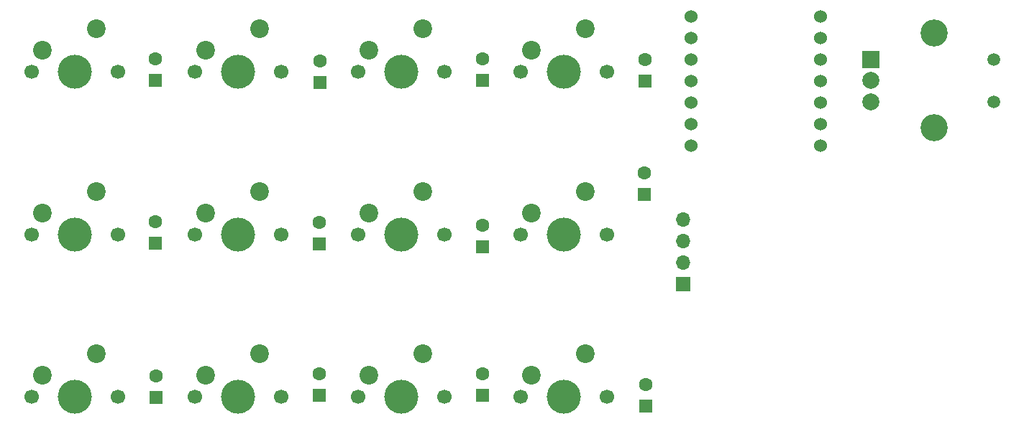
<source format=gbr>
%TF.GenerationSoftware,KiCad,Pcbnew,9.0.2*%
%TF.CreationDate,2025-07-04T04:15:55-07:00*%
%TF.ProjectId,HackPad_Dristi,4861636b-5061-4645-9f44-72697374692e,rev?*%
%TF.SameCoordinates,Original*%
%TF.FileFunction,Soldermask,Bot*%
%TF.FilePolarity,Negative*%
%FSLAX46Y46*%
G04 Gerber Fmt 4.6, Leading zero omitted, Abs format (unit mm)*
G04 Created by KiCad (PCBNEW 9.0.2) date 2025-07-04 04:15:55*
%MOMM*%
%LPD*%
G01*
G04 APERTURE LIST*
G04 Aperture macros list*
%AMRoundRect*
0 Rectangle with rounded corners*
0 $1 Rounding radius*
0 $2 $3 $4 $5 $6 $7 $8 $9 X,Y pos of 4 corners*
0 Add a 4 corners polygon primitive as box body*
4,1,4,$2,$3,$4,$5,$6,$7,$8,$9,$2,$3,0*
0 Add four circle primitives for the rounded corners*
1,1,$1+$1,$2,$3*
1,1,$1+$1,$4,$5*
1,1,$1+$1,$6,$7*
1,1,$1+$1,$8,$9*
0 Add four rect primitives between the rounded corners*
20,1,$1+$1,$2,$3,$4,$5,0*
20,1,$1+$1,$4,$5,$6,$7,0*
20,1,$1+$1,$6,$7,$8,$9,0*
20,1,$1+$1,$8,$9,$2,$3,0*%
G04 Aperture macros list end*
%ADD10R,1.700000X1.700000*%
%ADD11O,1.700000X1.700000*%
%ADD12C,1.500000*%
%ADD13R,2.000000X2.000000*%
%ADD14C,2.000000*%
%ADD15C,3.200000*%
%ADD16C,1.524000*%
%ADD17RoundRect,0.250000X0.550000X-0.550000X0.550000X0.550000X-0.550000X0.550000X-0.550000X-0.550000X0*%
%ADD18C,1.600000*%
%ADD19C,1.700000*%
%ADD20C,4.000000*%
%ADD21C,2.200000*%
G04 APERTURE END LIST*
D10*
%TO.C,J1*%
X177900000Y-89120000D03*
D11*
X177900000Y-86580000D03*
X177900000Y-84040000D03*
X177900000Y-81500000D03*
%TD*%
D12*
%TO.C,SW13*%
X214500000Y-62600000D03*
X214500000Y-67600000D03*
D13*
X200000000Y-62600000D03*
D14*
X200000000Y-67600000D03*
X200000000Y-65100000D03*
D15*
X207500000Y-59500000D03*
X207500000Y-70700000D03*
%TD*%
D16*
%TO.C,U2*%
X178880000Y-57548500D03*
X178880000Y-60088500D03*
X178880000Y-62628500D03*
X178880000Y-65168500D03*
X178880000Y-67708500D03*
X178880000Y-70248500D03*
X178880000Y-72788500D03*
X194120000Y-72788500D03*
X194120000Y-70248500D03*
X194120000Y-67708500D03*
X194120000Y-65168500D03*
X194120000Y-62628500D03*
X194120000Y-60088500D03*
X194120000Y-57548500D03*
%TD*%
D17*
%TO.C,D11*%
X154300000Y-102214315D03*
D18*
X154300000Y-99674315D03*
%TD*%
D17*
%TO.C,D1*%
X115800000Y-65114315D03*
D18*
X115800000Y-62574315D03*
%TD*%
D17*
%TO.C,D5*%
X115800000Y-84314315D03*
D18*
X115800000Y-81774315D03*
%TD*%
D19*
%TO.C,SW7*%
X139630000Y-83250000D03*
D20*
X144710000Y-83250000D03*
D19*
X149790000Y-83250000D03*
D21*
X147250000Y-78170000D03*
X140900000Y-80710000D03*
%TD*%
D19*
%TO.C,SW11*%
X139630000Y-102450000D03*
D20*
X144710000Y-102450000D03*
D19*
X149790000Y-102450000D03*
D21*
X147250000Y-97370000D03*
X140900000Y-99910000D03*
%TD*%
D17*
%TO.C,D2*%
X135200000Y-65340000D03*
D18*
X135200000Y-62800000D03*
%TD*%
D17*
%TO.C,D8*%
X173400000Y-78540000D03*
D18*
X173400000Y-76000000D03*
%TD*%
D19*
%TO.C,SW4*%
X158830000Y-64050000D03*
D20*
X163910000Y-64050000D03*
D19*
X168990000Y-64050000D03*
D21*
X166450000Y-58970000D03*
X160100000Y-61510000D03*
%TD*%
D19*
%TO.C,SW2*%
X120430000Y-64050000D03*
D20*
X125510000Y-64050000D03*
D19*
X130590000Y-64050000D03*
D21*
X128050000Y-58970000D03*
X121700000Y-61510000D03*
%TD*%
D17*
%TO.C,D6*%
X135100000Y-84364315D03*
D18*
X135100000Y-81824315D03*
%TD*%
D19*
%TO.C,SW12*%
X158830000Y-102450000D03*
D20*
X163910000Y-102450000D03*
D19*
X168990000Y-102450000D03*
D21*
X166450000Y-97370000D03*
X160100000Y-99910000D03*
%TD*%
D17*
%TO.C,D7*%
X154300000Y-84714315D03*
D18*
X154300000Y-82174315D03*
%TD*%
D19*
%TO.C,SW10*%
X120430000Y-102450000D03*
D20*
X125510000Y-102450000D03*
D19*
X130590000Y-102450000D03*
D21*
X128050000Y-97370000D03*
X121700000Y-99910000D03*
%TD*%
D17*
%TO.C,D9*%
X115900000Y-102514315D03*
D18*
X115900000Y-99974315D03*
%TD*%
D17*
%TO.C,D12*%
X173500000Y-103554315D03*
D18*
X173500000Y-101014315D03*
%TD*%
D17*
%TO.C,D10*%
X135100000Y-102214315D03*
D18*
X135100000Y-99674315D03*
%TD*%
D19*
%TO.C,SW1*%
X101230000Y-64050000D03*
D20*
X106310000Y-64050000D03*
D19*
X111390000Y-64050000D03*
D21*
X108850000Y-58970000D03*
X102500000Y-61510000D03*
%TD*%
D17*
%TO.C,D4*%
X173490000Y-65140000D03*
D18*
X173490000Y-62600000D03*
%TD*%
D19*
%TO.C,SW6*%
X120430000Y-83250000D03*
D20*
X125510000Y-83250000D03*
D19*
X130590000Y-83250000D03*
D21*
X128050000Y-78170000D03*
X121700000Y-80710000D03*
%TD*%
D19*
%TO.C,SW3*%
X139630000Y-64050000D03*
D20*
X144710000Y-64050000D03*
D19*
X149790000Y-64050000D03*
D21*
X147250000Y-58970000D03*
X140900000Y-61510000D03*
%TD*%
D19*
%TO.C,SW5*%
X101230000Y-83250000D03*
D20*
X106310000Y-83250000D03*
D19*
X111390000Y-83250000D03*
D21*
X108850000Y-78170000D03*
X102500000Y-80710000D03*
%TD*%
D19*
%TO.C,SW9*%
X101230000Y-102450000D03*
D20*
X106310000Y-102450000D03*
D19*
X111390000Y-102450000D03*
D21*
X108850000Y-97370000D03*
X102500000Y-99910000D03*
%TD*%
D19*
%TO.C,SW8*%
X158830000Y-83250000D03*
D20*
X163910000Y-83250000D03*
D19*
X168990000Y-83250000D03*
D21*
X166450000Y-78170000D03*
X160100000Y-80710000D03*
%TD*%
D17*
%TO.C,D3*%
X154310000Y-65114315D03*
D18*
X154310000Y-62574315D03*
%TD*%
M02*

</source>
